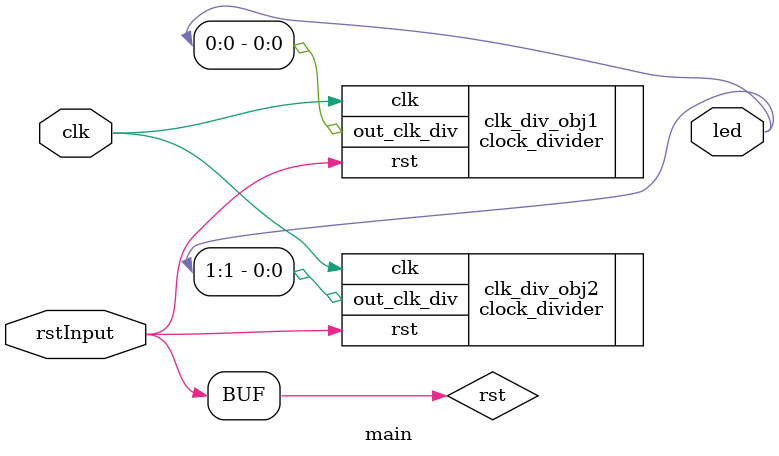
<source format=v>
module main(
    input clk,        //12MHz clock
    input rstInput,

    output [1:0] led
);
    wire rst;
    assign rst = rstInput;

    clock_divider clk_div_obj1(
        .clk(clk),
        .rst(rst),
        .out_clk_div(led[0])
    );
    defparam clk_div_obj1.CLK_ITER_WIDTH = 32;
    defparam clk_div_obj1.CLK_ITER_MAX   = 1500000 - 1;

    clock_divider #(.CLK_ITER_WIDTH(24), .CLK_ITER_MAX(6000000 - 1)) clk_div_obj2(
        .clk(clk),
        .rst(rst),
        .out_clk_div(led[1])
    );
endmodule









</source>
